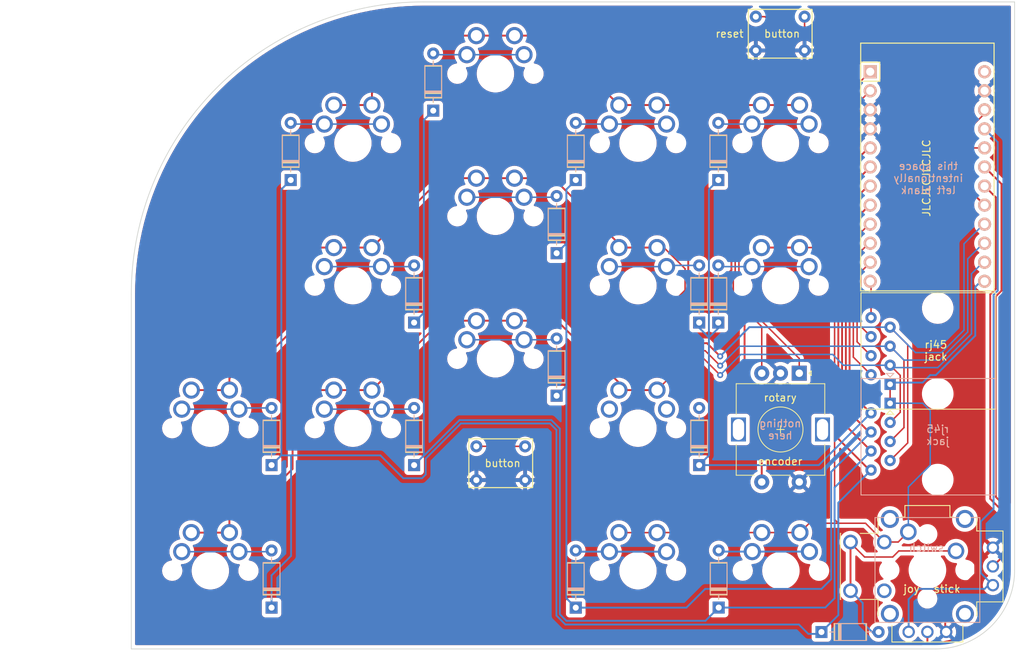
<source format=kicad_pcb>
(kicad_pcb (version 20211014) (generator pcbnew)
  (layers (0 "F.Cu" signal) (31 "B.Cu" signal) (34 "B.Paste" user) (35 "F.Paste" user) (36 "B.SilkS" user "B.Silkscreen") (37 "F.SilkS" user "F.Silkscreen") (38 "B.Mask" user) (39 "F.Mask" user) (44 "Edge.Cuts" user))
  (net 0 "")
  (net 1 "col1")
  (net 2 "col2")
  (net 3 "col3")
  (net 4 "col4")
  (net 5 "row1")
  (net 6 "row2")
  (net 7 "row3")
  (net 8 "row4")
  (net 9 "GND")
  (net 10 "VCC")
  (footprint "MX" (layer "F.Cu") (at 159.04 62.08)
    (fp_text reference "S14" hide)
    (fp_text value "" hide)
  )
  (footprint "MX" (layer "F.Cu") (at 121.04 33.83)
    (fp_text reference "S14" hide)
    (fp_text value "" hide)
  )
  (footprint "MX" (layer "F.Cu") (at 102.04 43.08)
    (fp_text reference "S14" hide)
    (fp_text value "" hide)
  )
  (footprint "ProMicro" (layer "F.Cu") (at 178.62 47.53 -90)
    (fp_text reference "MCU1" hide)
    (fp_text value "" hide)
  )
  (footprint "Diode_THT:D_DO-35_SOD27_P7.62mm_Horizontal" (layer "F.Cu") (at 131.75 105 90)
    (fp_text reference "R" hide)
    (fp_text value "d" hide)
  )
  (footprint "MX" (layer "F.Cu") (at 140.04 43.08)
    (fp_text reference "S14" hide)
    (fp_text value "" hide)
  )
  (footprint "" (layer "F.Cu") (at 125 83.5)
    (fp_text reference "")
    (fp_text value "")
  )
  (footprint "MX" (layer "F.Cu") (at 159.09 100.069717)
    (fp_text reference "S14" hide)
    (fp_text value "" hide)
  )
  (footprint "Diode_THT:D_DO-35_SOD27_P7.62mm_Horizontal" (layer "F.Cu") (at 150.75 48 90)
    (fp_text reference "R" hide)
    (fp_text value "d" hide)
  )
  (footprint "" (layer "F.Cu") (at 162.249999 30.723758)
    (fp_text reference "")
    (fp_text value "")
  )
  (footprint "" (layer "F.Cu") (at 118.5 88)
    (fp_text reference "")
    (fp_text value "")
  )
  (footprint "" (layer "F.Cu") (at 124.999999 87.997945 90)
    (fp_text reference "")
    (fp_text value "")
  )
  (footprint "Diode_THT:D_DO-35_SOD27_P7.62mm_Horizontal" (layer "F.Cu") (at 110.2 67 90)
    (fp_text reference "R" hide)
    (fp_text value "d" hide)
  )
  (footprint "MX" (layer "F.Cu") (at 83.04 81.08)
    (fp_text reference "S14" hide)
    (fp_text value "" hide)
  )
  (footprint "MX" (layer "F.Cu") (at 102.04 62.08)
    (fp_text reference "S14" hide)
    (fp_text value "" hide)
  )
  (footprint "MX" (layer "F.Cu") (at 159.04 43.08)
    (fp_text reference "S14" hide)
    (fp_text value "" hide)
  )
  (footprint "MX" (layer "F.Cu") (at 83.04 100.08)
    (fp_text reference "S14" hide)
    (fp_text value "" hide)
  )
  (footprint "Diode_THT:D_DO-35_SOD27_P7.62mm_Horizontal" (layer "F.Cu") (at 129.2 76.75 90)
    (fp_text reference "R" hide)
    (fp_text value "d" hide)
  )
  (footprint "" (layer "F.Cu") (at 155.75 30.725813)
    (fp_text reference "")
    (fp_text value "")
  )
  (footprint "Diode_THT:D_DO-35_SOD27_P7.62mm_Horizontal" (layer "F.Cu") (at 91.2 86 90)
    (fp_text reference "R" hide)
    (fp_text value "d" hide)
  )
  (footprint "Diode_THT:D_DO-35_SOD27_P7.62mm_Horizontal" (layer "F.Cu") (at 91.2 105 90)
    (fp_text reference "R" hide)
    (fp_text value "d" hide)
  )
  (footprint "Diode_THT:D_DO-35_SOD27_P7.62mm_Horizontal" (layer "F.Cu") (at 112.75 38.75 90)
    (fp_text reference "R" hide)
    (fp_text value "d" hide)
  )
  (footprint "MX" (layer "F.Cu") (at 140.04 62.08)
    (fp_text reference "S14" hide)
    (fp_text value "" hide)
  )
  (footprint "Connector_RJ:RJ45_Amphenol_54602-x08_Horizontal" (layer "F.Cu") (at 173.65 75.23 90)
    (fp_text reference "REF**" hide)
    (fp_text value "RJ45_Amphenol_54602-x08_Horizontal" hide)
  )
  (footprint "Diode_THT:D_DO-35_SOD27_P7.62mm_Horizontal" (layer "F.Cu") (at 110.2 86 90)
    (fp_text reference "R" hide)
    (fp_text value "d" hide)
  )
  (footprint "Diode_THT:D_DO-35_SOD27_P7.62mm_Horizontal" (layer "F.Cu") (at 148.2 86 90)
    (fp_text reference "R" hide)
    (fp_text value "d" hide)
  )
  (footprint "MX" (layer "F.Cu") (at 121.04 71.83)
    (fp_text reference "S14" hide)
    (fp_text value "" hide)
  )
  (footprint "Rotary_Encoder:RotaryEncoder_Alps_EC11E-Switch_Vertical_H20mm" (layer "F.Cu") (at 161.54 73.75 -90)
    (fp_text reference "REF**" hide)
    (fp_text value "RotaryEncoder_Alps_EC11E-Switch_Vertical_H20mm")
  )
  (footprint "MX" (layer "F.Cu") (at 140.04 81.08)
    (fp_text reference "S14" hide)
    (fp_text value "" hide)
  )
  (footprint "" (layer "F.Cu") (at 118.5 83.494874)
    (fp_text reference "")
    (fp_text value "")
  )
  (footprint "Diode_THT:D_DO-35_SOD27_P7.62mm_Horizontal" (layer "F.Cu") (at 150.75 67 90)
    (fp_text reference "R" hide)
    (fp_text value "d" hide)
  )
  (footprint "Diode_THT:D_DO-35_SOD27_P7.62mm_Horizontal" (layer "F.Cu") (at 93.75 48 90)
    (fp_text reference "R" hide)
    (fp_text value "d" hide)
  )
  (footprint "Diode_THT:D_DO-35_SOD27_P7.62mm_Horizontal" (layer "F.Cu") (at 164.5 108.25)
    (fp_text reference "R" hide)
    (fp_text value "d" hide)
  )
  (footprint "Diode_THT:D_DO-35_SOD27_P7.62mm_Horizontal" (layer "F.Cu") (at 150.8 104.989717 90)
    (fp_text reference "R" hide)
    (fp_text value "d" hide)
  )
  (footprint "MX" (layer "F.Cu") (at 102.04 81.08)
    (fp_text reference "S14" hide)
    (fp_text value "" hide)
  )
  (footprint "MX" (layer "F.Cu") (at 121.04 52.83)
    (fp_text reference "S14" hide)
    (fp_text value "" hide)
  )
  (footprint "Diode_THT:D_DO-35_SOD27_P7.62mm_Horizontal" (layer "F.Cu") (at 129.2 57.75 90)
    (fp_text reference "R" hide)
    (fp_text value "d" hide)
  )
  (footprint "" (layer "F.Cu") (at 155.75 26.220687)
    (fp_text reference "")
    (fp_text value "")
  )
  (footprint "RKJXV122400R:SW_RKJXV122400R" (layer "F.Cu") (at 183.70341 100.77 90)
    (fp_text reference "REF**" hide)
    (fp_text value "SW_RKJXV122400R")
  )
  (footprint "MX" (layer "F.Cu") (at 140.04 100.08)
    (fp_text reference "S14" hide)
    (fp_text value "" hide)
  )
  (footprint "Diode_THT:D_DO-35_SOD27_P7.62mm_Horizontal" (layer "F.Cu") (at 131.75 48 90)
    (fp_text reference "R" hide)
    (fp_text value "d" hide)
  )
  (footprint "" (layer "F.Cu") (at 162.25 26.225813)
    (fp_text reference "")
    (fp_text value "")
  )
  (footprint "Diode_THT:D_DO-35_SOD27_P7.62mm_Horizontal" (layer "F.Cu") (at 148.2 67 90)
    (fp_text reference "R" hide)
    (fp_text value "d" hide)
  )
  (footprint "Connector_RJ:RJ45_Amphenol_54602-x08_Horizontal" (layer "B.Cu") (at 173.65 77.77 -90)
    (fp_text reference "REF**" hide)
    (fp_text value "RJ45_Amphenol_54602-x08_Horizontal" hide)
  )
  (footprint "Button_Switch_Keyboard:SW_Cherry_MX_1.00u_PCB" (layer "B.Cu") (at 176.08341 94.9 180)
    (fp_text reference "REF**" hide)
    (fp_text value "SW_Cherry_MX_1.00u_PCB")
  )
  (gr_rect (start 154.75 31.75) (end 163.25 25.25) (layer "F.SilkS") (width 0.15) (fill none))
  (gr_rect (start 125.999999 88.997945) (end 117.499999 82.497945) (layer "F.SilkS") (width 0.15) (fill none))
  (gr_arc (start 190.25 100) (mid 187.174621 107.424621) (end 179.75 110.5) (layer "Edge.Cuts") (width 0.1))
  (gr_line (start 72.5 110.5) (end 179.75 110.5) (layer "Edge.Cuts") (width 0.1))
  (gr_line (start 190.25 24.25) (end 111.5 24.25) (layer "Edge.Cuts") (width 0.1))
  (gr_line (start 72.5 63.25) (end 72.5 110.5) (layer "Edge.Cuts") (width 0.1))
  (gr_line (start 190.25 100) (end 190.25 24.25) (layer "Edge.Cuts") (width 0.1))
  (gr_arc (start 72.5 63.25) (mid 83.922836 35.672836) (end 111.5 24.25) (layer "Edge.Cuts") (width 0.1))
  (gr_text "nothing\nhere" (at 159 81.25) (layer "B.SilkS") (effects (font (size 1 1)) (justify mirror)))
  (gr_text "this space\nintentionally\nleft blank" (at 178.75 47.75) (layer "B.SilkS") (effects (font (size 1 1)) (justify mirror)))
  (gr_text "rj45\njack" (at 180 82) (layer "B.SilkS") (effects (font (size 1 1)) (justify mirror)))
  (gr_text "switch" (at 178.5 97) (layer "B.SilkS") (effects (font (size 1 1)) (justify mirror)))
  (gr_text "button" (at 159.25 28.5) (layer "F.SilkS") (effects (font (size 1 1))))
  (gr_text "joy" (at 176.5 102.5) (layer "F.SilkS") (effects (font (size 1 1))))
  (gr_text "encoder" (at 159 85.5) (layer "F.SilkS") (effects (font (size 1 1))))
  (gr_text "JLCJLCJLCJLC" (at 178.5 47.75 90) (layer "F.SilkS") (effects (font (size 1 1))))
  (gr_text "rotary" (at 159 77) (layer "F.SilkS") (effects (font (size 1 1))))
  (gr_text "button\n" (at 122 85.75) (layer "F.SilkS") (effects (font (size 1 1))))
  (gr_text "stick" (at 181.25 102.5) (layer "F.SilkS") (effects (font (size 1 1))))
  (gr_text "reset" (at 152.25 28.5) (layer "F.SilkS") (effects (font (size 1 1))))
  (gr_text "rj45\njack" (at 179.75 70.75) (layer "F.SilkS") (effects (font (size 1 1))))
  (segment (start 189.5 92) (end 187.75 90.25) (width 0.25) (layer "F.Cu") (net 0))
  (segment (start 142.25 33.25) (end 135 26) (width 0.2) (layer "F.Cu") (net 0))
  (segment (start 169.25 58) (end 170.83 56.42) (width 0.2) (layer "F.Cu") (net 0))
  (segment (start 156.54 67.54) (end 152.25 63.25) (width 0.2) (layer "F.Cu") (net 0))
  (segment (start 153 60.25) (end 153 58.5) (width 0.2) (layer "F.Cu") (net 0))
  (segment (start 156.54 73.75) (end 156.54 67.54) (width 0.2) (layer "F.Cu") (net 0))
  (segment (start 171 59) (end 171 58.96) (width 0.2) (layer "F.Cu") (net 0))
  (segment (start 154.5 57.75) (end 154.5 56.25) (width 0.2) (layer "F.Cu") (net 0))
  (segment (start 165.75 31) (end 163.25 28.5) (width 0.2) (layer "F.Cu") (net 0))
  (segment (start 180.75 39.86) (end 180.75 36.25) (width 0.2) (layer "F.Cu") (net 0))
  (segment (start 184.75 40.64) (end 184.75 42.5) (width 0.2) (layer "F.Cu") (net 0))
  (segment (start 186.24 38.64) (end 186.24 39.15) (width 0.2) (layer "F.Cu") (net 0))
  (segment (start 153.5 58.75) (end 154.5 57.75) (width 0.2) (layer "F.Cu") (net 0))
  (segment (start 156.970687 26.220687) (end 155.75 26.220687) (width 0.2) (layer "F.Cu") (net 0))
  (segment (start 169.25 69.56) (end 169.25 58) (width 0.2) (layer "F.Cu") (net 0))
  (segment (start 163.25 28.5) (end 162.25 27.5) (width 0.2) (layer "F.Cu") (net 0))
  (segment (start 182.43341 97.44) (end 174.81 97.44) (width 0.2) (layer "F.Cu") (net 0))
  (segment (start 166.75 44) (end 166.75 35.25) (width 0.25) (layer "F.Cu") (net 0))
  (segment (start 121.499999 84.997945) (end 122.997944 83.5) (width 0.2) (layer "F.Cu") (net 0))
  (segment (start 178.62341 109.62341) (end 178.75 109.75) (width 0.25) (layer "F.Cu") (net 0))
  (segment (start 161.54 73.75) (end 161.54 71.79) (width 0.2) (layer "F.Cu") (net 0))
  (segment (start 174.81 97.44) (end 174 98.25) (width 0.2) (layer "F.Cu") (net 0))
  (segment (start 154 57.5) (end 154 56) (width 0.2) (layer "F.Cu") (net 0))
  (segment (start 153.5 60.5) (end 153.5 58.75) (width 0.2) (layer "F.Cu") (net 0))
  (segment (start 165 46.5) (end 167.25 44.25) (width 0.2) (layer "F.Cu") (net 0))
  (segment (start 179.75 36.75) (end 179.75 40.5) (width 0.25) (layer "F.Cu") (net 0))
  (segment (start 184.25 43) (end 184.75 42.5) (width 0.2) (layer "F.Cu") (net 0))
  (segment (start 184.25 43) (end 183.89 43) (width 0.2) (layer "F.Cu") (net 0))
  (segment (start 188.5 62.75) (end 188.5 48.52) (width 0.25) (layer "F.Cu") (net 0))
  (segment (start 152.25 63.25) (end 152.25 61) (width 0.2) (layer "F.Cu") (net 0))
  (segment (start 171.11 73.96) (end 168.75 71.6) (width 0.2) (layer "F.Cu") (net 0))
  (segment (start 169.75 67.52) (end 169.75 60.25) (width 0.2) (layer "F.Cu") (net 0))
  (segment (start 119.996928 83.494874) (end 118.5 83.494874) (width 0.2) (layer "F.Cu") (net 0))
  (segment (start 151.75 63.5) (end 151.75 60.75) (width 0.25) (layer "F.Cu") (net 0))
  (segment (start 163.5 46.5) (end 165 46.5) (width 0.2) (layer "F.Cu") (net 0))
  (segment (start 153 58.5) (end 154 57.5) (width 0.2) (layer "F.Cu") (net 0))
  (segment (start 171.11 71.42) (end 169.25 69.56) (width 0.2) (layer "F.Cu") (net 0))
  (segment (start 169.75 60.25) (end 171 59) (width 0.2) (layer "F.Cu") (net 0))
  (segment (start 113 91.5) (end 120.5 91.5) (width 0.2) (layer "F.Cu") (net 0))
  (segment (start 180.25 36.5) (end 175.25 31.5) (width 0.2) (layer "F.Cu") (net 0))
  (segment (start 167.75 44.5) (end 167.75 39.35) (width 0.2) (layer "F.Cu") (net 0))
  (segment (start 170.83 56.42) (end 171 56.42) (width 0.2) (layer "F.Cu") (net 0))
  (segment (start 187.75 90.25) (end 187.75 63.5) (width 0.25) (layer "F.Cu") (net 0))
  (segment (start 178.75 109.75) (end 179 109.75) (width 0.25) (layer "F.Cu") (net 0))
  (segment (start 166.75 35.25) (end 170 32) (width 0.25) (layer "F.Cu") (net 0))
  (segment (start 174 98.25) (end 170.25 98.25) (width 0.2) (layer "F.Cu") (net 0))
  (segment (start 154.25 66) (end 151.75 63.5) (width 0.25) (layer "F.Cu") (net 0))
  (segment (start 168.37341 96.25) (end 168.37341 102.75) (width 0.25) (layer "F.Cu") (net 0))
  (segment (start 180.25 40.25) (end 180.25 36.5) (width 0.2) (layer "F.Cu") (net 0))
  (segment (start 178.62341 108.23) (end 178.62341 109.62341) (width 0.25) (layer "F.Cu") (net 0))
  (segment (start 171.11 61.61) (end 171 61.5) (width 0.2) (layer "F.Cu") (net 0))
  (segment (start 179.75 40.5) (end 184.5 45.25) (width 0.25) (layer "F.Cu") (net 0))
  (segment (start 168.75 71.6) (end 168.75 56) (width 0.2) (layer "F.Cu") (net 0))
  (segment (start 184.5 45.25) (end 184.5 49.6) (width 0.25) (layer "F.Cu") (net 0))
  (segment (start 154.25 74) (end 154.25 66) (width 0.25) (layer "F.Cu") (net 0))
  (segment (start 187.35341 99.5) (end 188.75 98.10341) (width 0.25) (layer "F.Cu") (net 0))
  (segment (start 170 32) (end 175 32) (width 0.25) (layer "F.Cu") (net 0))
  (segment (start 163.25 28.5) (end 159.25 28.5) (width 0.2) (layer "F.Cu") (net 0))
  (segment (start 152.5 58.25) (end 153.5 57.25) (width 0.25) (layer "F.Cu") (net 0))
  (segment (start 186.24 39.15) (end 184.75 40.64) (width 0.2) (layer "F.Cu") (net 0))
  (segment (start 167.25 44.25) (end 167.25 37.31) (width 0.2) (layer "F.Cu") (net 0))
  (segment (start 121.499999 84.997945) (end 119.996928 83.494874) (width 0.2) (layer "F.Cu") (net 0))
  (segment (start 74.5 65) (end 74.5 108.5) (width 0.2) (layer "F.Cu") (net 0))
  (segment (start 135 26) (end 113.5 26) (width 0.2) (layer "F.Cu") (net 0))
  (segment (start 175.5 31) (end 165.75 31) (width 0.2) (layer "F.Cu") (net 0))
  (segment (start 188.75 92.25) (end 187 90.5) (width 0.25) (layer "F.Cu") (net 0))
  (segment (start 156.54 88.25) (end 156.54 76.29) (width 0.25) (layer "F.Cu") (net 0))
  (segment (start 159.25 28.5) (end 156.970687 26.220687) (width 0.2) (layer "F.Cu") (net 0))
  (segment (start 109 108.5) (end 111.25 106.25) (width 0.2) (layer "F.Cu") (net 0))
  (segment (start 187.75 63.5) (end 188.5 62.75) (width 0.25) (layer "F.Cu") (net 0))
  (segment (start 120.5 91.5) (end 121.5 90.5) (width 0.2) (layer "F.Cu") (net 0))
  (segment (start 165 31.5) (end 163.25 33.25) (width 0.2) (layer "F.Cu") (net 0))
  (segment (start 152.5 60) (end 152.5 58.25) (width 0.25) (layer "F.Cu") (net 0))
  (segment (start 163.25 46) (end 164.75 46) (width 0.25) (layer "F.Cu") (net 0))
  (segment (start 152.25 61) (end 153 60.25) (width 0.2) (layer "F.Cu") (net 0))
  (segment (start 165.25 47) (end 167.75 44.5) (width 0.2) (layer "F.Cu") (net 0))
  (segment (start 121.5 90.5) (end 121.499999 84.997945) (width 0.2) (layer "F.Cu") (net 0))
  (segment (start 74.5 108.5) (end 109 108.5) (width 0.2) (layer "F.Cu") (net 0))
  (segment (start 152.75 61.25) (end 153.5 60.5) (width 0.2) (layer "F.Cu") (net 0))
  (segment (start 153.5 57.25) (end 153.5 55.75) (width 0.25) (layer "F.Cu") (net 0))
  (segment (start 168.37341 96.37341) (end 168.37341 96.25) (width 0.2) (layer "F.Cu") (net 0))
  (segment (start 111.25 93.25) (end 113 91.5) (width 0.2) (layer "F.Cu") (net 0))
  (segment (start 188.5 48.52) (end 186.24 46.26) (width 0.25) (layer "F.Cu") (net 0))
  (segment (start 187.75 50.31) (end 186.24 48.8) (width 0.25) (layer "F.Cu") (net 0))
  (segment (start 168.75 56) (end 170.87 53.88) (width 0.2) (layer "F.Cu") (net 0))
  (segment (start 189.5 99.25) (end 189.5 92) (width 0.25) (layer "F.Cu") (net 0))
  (segment (start 175.25 31.5) (end 165 31.5) (width 0.2) (layer "F.Cu") (net 0))
  (segment (start 164.75 46) (end 166.75 44) (width 0.25) (layer "F.Cu") (net 0))
  (segment (start 175 32) (end 179.75 36.75) (width 0.25) (layer "F.Cu") (net 0))
  (segment (start 161.54 71.79) (end 152.75 63) (width 0.2) (layer "F.Cu") (net 0))
  (segment (start 180.75 36.25) (end 175.5 31) (width 0.2) (layer "F.Cu") (net 0))
  (segment (start 152.75 63) (end 152.75 61.25) (width 0.2) (layer "F.Cu") (net 0))
  (segment (start 163.75 47) (end 165.25 47) (width 0.2) (layer "F.Cu") (net 0))
  (segment (start 187.75 62.5) (end 187.75 50.31) (width 0.25) (layer "F.Cu") (net 0))
  (segment (start 156.54 76.29) (end 154.25 74) (width 0.25) (layer "F.Cu") (net 0))
  (segment (start 184.5 49.6) (end 186.24 51.34) (width 0.25) (layer "F.Cu") (net 0))
  (segment (start 167.75 39.35) (end 171 36.1) (width 0.2) (layer "F.Cu") (net 0))
  (segment (start 163.25 33.25) (end 142.25 33.25) (width 0.2) (layer "F.Cu") (net 0))
  (segment (start 122.997944 83.5) (end 125 83.5) (width 0.2) (layer "F.Cu") (net 0))
  (segment (start 170.25 98.25) (end 168.37341 96.37341) (width 0.2) (layer "F.Cu") (net 0))
  (segment (start 187 63.25) (end 187.75 62.5) (width 0.25) (layer "F.Cu") (net 0))
  (segment (start 153.5 55.75) (end 163.25 46) (width 0.25) (layer "F.Cu") (net 0))
  (segment (start 111.25 106.25) (end 111.25 93.25) (width 0.2) (layer "F.Cu") (net 0))
  (segment (start 154.5 56.25) (end 163.75 47) (width 0.2) (layer "F.Cu") (net 0))
  (segment (start 187 90.5) (end 187 63.25) (width 0.25) (layer "F.Cu") (net 0))
  (segment (start 186.24 43.72) (end 183.72 43.72) (width 0.2) (layer "F.Cu") (net 0))
  (segment (start 170.87 53.88) (end 171 53.88) (width 0.2) (layer "F.Cu") (net 0))
  (segment (start 167.25 37.31) (end 171 33.56) (width 0.2) (layer "F.Cu") (net 0))
  (segment (start 151.75 60.75) (end 152.5 60) (width 0.25) (layer "F.Cu") (net 0))
  (segment (start 183.72 43.72) (end 180.25 40.25) (width 0.2) (layer "F.Cu") (net 0))
  (segment (start 188.75 98.10341) (end 188.75 92.25) (width 0.25) (layer "F.Cu") (net 0))
  (segment (start 162.25 27.5) (end 162.25 26.225813) (width 0.2) (layer "F.Cu") (net 0))
  (segment (start 171.11 66.34) (end 171.11 61.61) (width 0.2) (layer "F.Cu") (net 0))
  (segment (start 183.89 43) (end 180.75 39.86) (width 0.2) (layer "F.Cu") (net 0))
  (segment (start 154 56) (end 163.5 46.5) (width 0.2) (layer "F.Cu") (net 0))
  (segment (start 171.11 68.88) (end 169.75 67.52) (width 0.2) (layer "F.Cu") (net 0))
  (arc (start 113.5 26) (mid 85.922836 37.422836) (end 74.5 65) (width 0.2) (layer "F.Cu") (net 0))
  (arc (start 189.5 99.25) (mid 186.424621 106.674621) (end 179 109.75) (width 0.25) (layer "F.Cu") (net 0))
  (segment (start 143.85 40.54) (end 136.23 40.54) (width 0.2) (layer "B.Cu") (net 0))
  (segment (start 131.91 40.54) (end 131.75 40.38) (width 0.2) (layer "B.Cu") (net 0))
  (segment (start 105.85 78.54) (end 110.04 78.54) (width 0.2) (layer "B.Cu") (net 0))
  (segment (start 117.23 69.29) (end 124.85 69.29) (width 0.2) (layer "B.Cu") (net 0))
  (segment (start 143.85 97.54) (end 136.23 97.54) (width 0.25) (layer "B.Cu") (net 0))
  (segment (start 124.85 69.29) (end 129.04 69.29) (width 0.2) (layer "B.Cu") (net 0))
  (segment (start 170 104.37659) (end 170 107) (width 0.25) (layer "B.Cu") (net 0))
  (segment (start 124.85 50.29) (end 117.23 50.29) (width 0.2) (layer "B.Cu") (net 0))
  (segment (start 162.85 40.54) (end 155.23 40.54) (width 0.2) (layer "B.Cu") (net 0))
  (segment (start 168.37341 102.75) (end 170 104.37659) (width 0.25) (layer "B.Cu") (net 0))
  (segment (start 162.85 59.54) (end 155.23 59.54) (width 0.2) (layer "B.Cu") (net 0))
  (segment (start 105.85 40.54) (end 98.23 40.54) (width 0.2) (layer "B.Cu") (net 0))
  (segment (start 110.04 59.54) (end 110.2 59.38) (width 0.2) (layer "B.Cu") (net 0))
  (segment (start 129.04 69.29) (end 129.2 69.13) (width 0.2) (layer "B.Cu") (net 0))
  (segment (start 87.01 78.38) (end 86.85 78.54) (width 0.2) (layer "B.Cu") (net 0))
  (segment (start 86.85 78.54) (end 79.23 78.54) (width 0.2) (layer "B.Cu") (net 0))
  (segment (start 155.28 97.529717) (end 150.96 97.529717) (width 0.25) (layer "B.Cu") (net 0))
  (segment (start 112.91 31.29) (end 112.75 31.13) (width 0.2) (layer "B.Cu") (net 0))
  (segment (start 150.96 97.529717) (end 150.8 97.369717) (width 0.25) (layer "B.Cu") (net 0))
  (segment (start 136.23 97.54) (end 131.91 97.54) (width 0.25) (layer "B.Cu") (net 0))
  (segment (start 171.87 108.5) (end 172.12 108.25) (width 0.25) (layer "B.Cu") (net 0))
  (segment (start 150.91 59.54) (end 150.75 59.38) (width 0.2) (layer "B.Cu") (net 0))
  (segment (start 98.23 40.54) (end 93.91 40.54) (width 0.2) (layer "B.Cu") (net 0))
  (segment (start 129.04 50.29) (end 129.2 50.13) (width 0.2) (layer "B.Cu") (net 0))
  (segment (start 93.91 40.54) (end 93.75 40.38) (width 0.2) (layer "B.Cu") (net 0))
  (segment (start 131.91 97.54) (end 131.75 97.38) (width 0.25) (layer "B.Cu") (net 0))
  (segment (start 162.9 97.529717) (end 155.28 97.529717) (width 0.25) (layer "B.Cu") (net 0))
  (segment (start 155.23 59.54) (end 150.91 59.54) (width 0.2) (layer "B.Cu") (net 0))
  (segment (start 155.23 40.54) (end 150.91 40.54) (width 0.2) (layer "B.Cu") (net 0))
  (segment (start 170 107) (end 171.5 108.5) (width 0.25) (layer "B.Cu") (net 0))
  (segment (start 124.85 50.29) (end 129.04 50.29) (width 0.2) (layer "B.Cu") (net 0))
  (segment (start 117.23 31.29) (end 112.91 31.29) (width 0.2) (layer "B.Cu") (net 0))
  (segment (start 148.2 59.38) (end 144.01 59.38) (width 0.2) (layer "B.Cu") (net 0))
  (segment (start 144.01 59.38) (end 143.85 59.54) (width 0.2) (layer "B.Cu") (net 0))
  (segment (start 110.04 78.54) (end 110.2 78.38) (width 0.2) (layer "B.Cu") (net 0))
  (segment (start 171.5 108.5) (end 171.87 108.5) (width 0.25) (layer "B.Cu") (net 0))
  (segment (start 124.85 31.29) (end 117.23 31.29) (width 0.2) (layer "B.Cu") (net 0))
  (segment (start 143.85 59.54) (end 136.23 59.54) (width 0.2) (layer "B.Cu") (net 0))
  (segment (start 105.85 59.54) (end 110.04 59.54) (width 0.2) (layer "B.Cu") (net 0))
  (segment (start 79.23 97.54) (end 86.85 97.54) (width 0.2) (layer "B.Cu") (net 0))
  (segment (start 91.2 78.38) (end 87.01 78.38) (width 0.2) (layer "B.Cu") (net 0))
  (segment (start 136.23 40.54) (end 131.91 40.54) (width 0.2) (layer "B.Cu") (net 0))
  (segment (start 98.23 78.54) (end 105.85 78.54) (width 0.2) (layer "B.Cu") (net 0))
  (segment (start 98.23 59.54) (end 105.85 59.54) (width 0.2) (layer "B.Cu") (net 0))
  (segment (start 86.85 97.54) (end 91.04 97.54) (width 0.2) (layer "B.Cu") (net 0))
  (segment (start 150.91 40.54) (end 150.75 40.38) (width 0.2) (layer "B.Cu") (net 0))
  (segment (start 170.91 86.66) (end 166.75 82.5) (width 0.25) (layer "F.Cu") (net 1))
  (segment (start 171.11 86.66) (end 170.91 86.66) (width 0.25) (layer "F.Cu") (net 1))
  (segment (start 170.78 43.72) (end 171 43.72) (width 0.25) (layer "F.Cu") (net 1))
  (segment (start 166.75 47.75) (end 170.78 43.72) (width 0.25) (layer "F.Cu") (net 1))
  (segment (start 166.75 82.5) (end 166.75 47.75) (width 0.25) (layer "F.Cu") (net 1))
  (segment (start 128.313604 80.45) (end 129.175 81.311396) (width 0.25) (layer "B.Cu") (net 1))
  (segment (start 166.75 106) (end 166.75 91.02) (width 0.25) (layer "B.Cu") (net 1))
  (segment (start 162.75 108.5) (end 164.5 108.5) (width 0.25) (layer "B.Cu") (net 1))
  (segment (start 166.75 91.02) (end 171.11 86.66) (width 0.25) (layer "B.Cu") (net 1))
  (segment (start 92.5 70) (end 92.5 84.7) (width 0.25) (layer "B.Cu") (net 1))
  (segment (start 164.5 108.25) (end 166.75 106) (width 0.25) (layer "B.Cu") (net 1))
  (segment (start 111.75 87.25) (end 111.75 85.136396) (width 0.25) (layer "B.Cu") (net 1))
  (segment (start 93.75 48) (end 92.5 49.25) (width 0.25) (layer "B.Cu") (net 1))
  (segment (start 93.8 84.7) (end 105.7 84.7) (width 0.25) (layer "B.Cu") (net 1))
  (segment (start 161.5 107.25) (end 162.75 108.5) (width 0.25) (layer "B.Cu") (net 1))
  (segment (start 116.436396 80.45) (end 128.313604 80.45) (width 0.25) (layer "B.Cu") (net 1))
  (segment (start 105.7 84.7) (end 108.75 87.75) (width 0.25) (layer "B.Cu") (net 1))
  (segment (start 92.5 49.25) (end 92.5 65.7) (width 0.25) (layer "B.Cu") (net 1))
  (segment (start 92.5 65.7) (end 92.5 70) (width 0.25) (layer "B.Cu") (net 1))
  (segment (start 91.2 100.7) (end 91.2 105) (width 0.25) (layer "B.Cu") (net 1))
  (segment (start 93.8 98.1) (end 91.2 100.7) (width 0.25) (layer "B.Cu") (net 1))
  (segment (start 129.175 81.311396) (end 129.175 106.061396) (width 0.25) (layer "B.Cu") (net 1))
  (segment (start 111.75 85.136396) (end 116.436396 80.45) (width 0.25) (layer "B.Cu") (net 1))
  (segment (start 129.175 106.061396) (end 130.363604 107.25) (width 0.25) (layer "B.Cu") (net 1))
  (segment (start 93.8 84.7) (end 93.8 98.1) (width 0.25) (layer "B.Cu") (net 1))
  (segment (start 164.5 108.5) (end 164.5 108.25) (width 0.25) (layer "B.Cu") (net 1))
  (segment (start 92.5 84.7) (end 91.2 86) (width 0.25) (layer "B.Cu") (net 1))
  (segment (start 108.75 87.75) (end 111.25 87.75) (width 0.25) (layer "B.Cu") (net 1))
  (segment (start 130.363604 107.25) (end 161.5 107.25) (width 0.25) (layer "B.Cu") (net 1))
  (segment (start 92.5 84.7) (end 93.8 84.7) (width 0.25) (layer "B.Cu") (net 1))
  (segment (start 111.25 87.75) (end 111.75 87.25) (width 0.25) (layer "B.Cu") (net 1))
  (segment (start 171.11 84.12) (end 171.11 84.11) (width 0.25) (layer "F.Cu") (net 2))
  (segment (start 167.25 80.25) (end 167.25 50) (width 0.25) (layer "F.Cu") (net 2))
  (segment (start 170.01 47.25) (end 171 46.26) (width 0.25) (layer "F.Cu") (net 2))
  (segment (start 167.25 50) (end 170 47.25) (width 0.25) (layer "F.Cu") (net 2))
  (segment (start 171.11 84.11) (end 167.25 80.25) (width 0.25) (layer "F.Cu") (net 2))
  (segment (start 170 47.25) (end 170.01 47.25) (width 0.25) (layer "F.Cu") (net 2))
  (segment (start 166.25 88.98) (end 171.11 84.12) (width 0.25) (layer "B.Cu") (net 2))
  (segment (start 116.25 80) (end 111.5 84.75) (width 0.25) (layer "B.Cu") (net 2))
  (segment (start 111.5 40) (end 111.5 65.7) (width 0.25) (layer "B.Cu") (net 2))
  (segment (start 111.5 65.7) (end 110.2 67) (width 0.25) (layer "B.Cu") (net 2))
  (segment (start 166.25 103.75) (end 166.25 88.98) (width 0.25) (layer "B.Cu") (net 2))
  (segment (start 165.010283 104.989717) (end 166.25 103.75) (width 0.25) (layer "B.Cu") (net 2))
  (segment (start 128.5 80) (end 116.25 80) (width 0.25) (layer "B.Cu") (net 2))
  (segment (start 111.5 65.7) (end 111.5 84.7) (width 0.25) (layer "B.Cu") (net 2))
  (segment (start 111.5 84.7) (end 111.5 84.75) (width 0.25) (layer "B.Cu") (net 2))
  (segment (start 112.75 38.75) (end 111.5 40) (width 0.25) (layer "B.Cu") (net 2))
  (segment (start 129.625 105.875) (end 129.625 81.125) (width 0.25) (layer "B.Cu") (net 2))
  (segment (start 130.5 106.75) (end 149.039717 106.75) (width 0.25) (layer "B.Cu") (net 2))
  (segment (start 129.625 81.125) (end 128.5 80) (width 0.25) (layer "B.Cu") (net 2))
  (segment (start 111.5 84.7) (end 110.2 86) (width 0.25) (layer "B.Cu") (net 2))
  (segment (start 129.625 105.875) (end 130.5 106.75) (width 0.25) (layer "B.Cu") (net 2))
  (segment (start 149.039717 106.75) (end 150.8 104.989717) (width 0.25) (layer "B.Cu") (net 2))
  (segment (start 150.8 104.989717) (end 165.010283 104.989717) (width 0.25) (layer "B.Cu") (net 2))
  (segment (start 170.83 81.58) (end 167.75 78.5) (width 0.25) (layer "F.Cu") (net 3))
  (segment (start 167.75 51.75) (end 170.7 48.8) (width 0.25) (layer "F.Cu") (net 3))
  (segment (start 171.11 81.58) (end 170.83 81.58) (width 0.25) (layer "F.Cu") (net 3))
  (segment (start 167.75 78.5) (end 167.75 51.75) (width 0.25) (layer "F.Cu") (net 3))
  (segment (start 164.5 102.5) (end 165.8 101.2) (width 0.25) (layer "B.Cu") (net 3))
  (segment (start 165.8 101.2) (end 165.8 86.89) (width 0.25) (layer "B.Cu") (net 3))
  (segment (start 130.5 56.45) (end 130.5 75.45) (width 0.25) (layer "B.Cu") (net 3))
  (segment (start 131.75 105) (end 146.5 105) (width 0.25) (layer "B.Cu") (net 3))
  (segment (start 130.5 75.45) (end 129.2 76.75) (width 0.25) (layer "B.Cu") (net 3))
  (segment (start 130.5 56.45) (end 129.2 57.75) (width 0.25) (layer "B.Cu") (net 3))
  (segment (start 149 102.5) (end 164.5 102.5) (width 0.25) (layer "B.Cu") (net 3))
  (segment (start 165.8 86.89) (end 171.11 81.58) (width 0.25) (layer "B.Cu") (net 3))
  (segment (start 146.5 105) (end 149 102.5) (width 0.25) (layer "B.Cu") (net 3))
  (segment (start 130.5 49.25) (end 130.5 56.45) (width 0.25) (layer "B.Cu") (net 3))
  (segment (start 130.5 103.75) (end 131.75 105) (width 0.25) (layer "B.Cu") (net 3))
  (segment (start 131.75 48) (end 130.5 49.25) (width 0.25) (layer "B.Cu") (net 3))
  (segment (start 130.5 75.45) (end 130.5 103.75) (width 0.25) (layer "B.Cu") (net 3))
  (segment (start 168.25 76.25) (end 168.25 54) (width 0.25) (layer "F.Cu") (net 4))
  (segment (start 171.11 79.04) (end 171.04 79.04) (width 0.25) (layer "F.Cu") (net 4))
  (segment (start 171.04 79.04) (end 168.25 76.25) (width 0.25) (layer "F.Cu") (net 4))
  (segment (start 168.25 54) (end 170.91 51.34) (width 0.25) (layer "F.Cu") (net 4))
  (segment (start 149.5 69) (end 148.2 67.7) (width 0.25) (layer "B.Cu") (net 4))
  (segment (start 150.75 67.75) (end 150.75 67) (width 0.25) (layer "B.Cu") (net 4))
  (segment (start 164.15 86) (end 171.11 79.04) (width 0.25) (layer "B.Cu") (net 4))
  (segment (start 149.5 69) (end 149.5 84.7) (width 0.25) (layer "B.Cu") (net 4))
  (segment (start 149.5 84.7) (end 148.2 86) (width 0.25) (layer "B.Cu") (net 4))
  (segment (start 150.75 48) (end 149.5 49.25) (width 0.25) (layer "B.Cu") (net 4))
  (segment (start 148.2 67.7) (end 148.2 67) (width 0.25) (layer "B.Cu") (net 4))
  (segment (start 149.5 69) (end 150.75 67.75) (width 0.25) (layer "B.Cu") (net 4))
  (segment (start 149.5 49.25) (end 149.5 69) (width 0.25) (layer "B.Cu") (net 4))
  (segment (start 148.2 86) (end 164.15 86) (width 0.25) (layer "B.Cu") (net 4))
  (segment (start 176 83.04) (end 176 69.96) (width 0.2) (layer "F.Cu") (net 5))
  (segment (start 128.25 28.75) (end 137.5 38) (width 0.25) (layer "F.Cu") (net 5))
  (segment (start 151 71.5) (end 149.25 69.75) (width 0.25) (layer "F.Cu") (net 5))
  (segment (start 137.5 38) (end 142.58 38) (width 0.25) (layer "F.Cu") (net 5))
  (segment (start 104.58 38) (end 104.58 36.383554) (width 0.25) (layer "F.Cu") (net 5))
  (segment (start 99.5 38) (end 104.58 38) (width 0.25) (layer "F.Cu") (net 5))
  (segment (start 142.58 38) (end 145.75 38) (width 0.25) (layer "F.Cu") (net 5))
  (segment (start 112.213554 28.75) (end 118.5 28.75) (width 0.25) (layer "F.Cu") (net 5))
  (segment (start 173.65 85.39) (end 176 83.04) (width 0.2) (layer "F.Cu") (net 5))
  (segment (start 147.5 69.75) (end 146.745901 68.995901) (width 0.25) (layer "F.Cu") (net 5))
  (segment (start 176 69.96) (end 173.65 67.61) (width 0.2) (layer "F.Cu") (net 5))
  (segment (start 149.25 69.75) (end 147.5 69.75) (width 0.25) (layer "F.Cu") (net 5))
  (segment (start 104.58 36.383554) (end 112.213554 28.75) (width 0.25) (layer "F.Cu") (net 5))
  (segment (start 145.75 38) (end 156.5 38) (width 0.25) (layer "F.Cu") (net 5))
  (segment (start 146.745901 68.995901) (end 146.745901 38.995901) (width 0.25) (layer "F.Cu") (net 5))
  (segment (start 123.58 28.75) (end 128.25 28.75) (width 0.25) (layer "F.Cu") (net 5))
  (segment (start 146.745901 38.995901) (end 145.75 38) (width 0.25) (layer "F.Cu") (net 5))
  (segment (start 118.5 28.75) (end 123.58 28.75) (width 0.25) (layer "F.Cu") (net 5))
  (segment (start 156.5 38) (end 161.58 38) (width 0.25) (layer "F.Cu") (net 5))
  (via (at 151 71.5) (size 0.8) (drill 0.4) (layers "F.Cu" "B.Cu") (net 5))
  (segment (start 186.12 53.88) (end 186.24 53.88) (width 0.2) (layer "B.Cu") (net 5))
  (segment (start 154.89 67.61) (end 169.89 67.61) (width 0.25) (layer "B.Cu") (net 5))
  (segment (start 173.65 67.61) (end 177.04 71) (width 0.2) (layer "B.Cu") (net 5))
  (segment (start 183.5 68) (end 183.5 56.5) (width 0.2) (layer "B.Cu") (net 5))
  (segment (start 173.65 67.61) (end 169.89 67.61) (width 0.2) (layer "B.Cu") (net 5))
  (segment (start 177.04 71) (end 180.5 71) (width 0.2) (layer "B.Cu") (net 5))
  (segment (start 180.5 71) (end 183.5 68) (width 0.2) (layer "B.Cu") (net 5))
  (segment (start 151 71.5) (end 154.89 67.61) (width 0.25) (layer "B.Cu") (net 5))
  (segment (start 183.5 56.5) (end 186.12 53.88) (width 0.2) (layer "B.Cu") (net 5))
  (segment (start 104.58 57) (end 113.83 47.75) (width 0.25) (layer "F.Cu") (net 6))
  (segment (start 137.5 57) (end 142.58 57) (width 0.25) (layer "F.Cu") (net 6))
  (segment (start 99.5 57) (end 95 57) (width 0.25) (layer "F.Cu") (net 6))
  (segment (start 146.320901 62.679099) (end 146.320901 59.820901) (width 0.2) (layer "F.Cu") (net 6))
  (segment (start 113.83 47.75) (end 118.5 47.75) (width 0.25) (layer "F.Cu") (net 6))
  (segment (start 175.5 72) (end 173.65 70.15) (width 0.2) (layer "F.Cu") (net 6))
  (segment (start 173.65 82.85) (end 175.5 81) (width 0.2) (layer "F.Cu") (net 6))
  (segment (start 146 70.75) (end 145 69.75) (width 0.2) (layer "F.Cu") (net 6))
  (segment (start 95 67) (end 88.5 73.5) (width 0.25) (layer "F.Cu") (net 6))
  (segment (start 149 70.75) (end 146 70.75) (width 0.2) (layer "F.Cu") (net 6))
  (segment (start 85.58 74.42) (end 85.58 76) (width 0.25) (layer "F.Cu") (net 6))
  (segment (start 123.58 47.75) (end 128.75 47.75) (width 0.25) (layer "F.Cu") (net 6))
  (segment (start 143.5 57) (end 142.58 57) (width 0.2) (layer "F.Cu") (net 6))
  (segment (start 95 57) (end 95 67) (width 0.25) (layer "F.Cu") (net 6))
  (segment (start 151 72.75) (end 149 70.75) (width 0.2) (layer "F.Cu") (net 6))
  (segment (start 145 69.75) (end 145 64) (width 0.2) (layer "F.Cu") (net 6))
  (segment (start 86.5 73.5) (end 85.58 74.42) (width 0.25) (layer "F.Cu") (net 6))
  (segment (start 145 64) (end 146.320901 62.679099) (width 0.2) (layer "F.Cu") (net 6))
  (segment (start 99.5 57) (end 104.58 57) (width 0.25) (layer "F.Cu") (net 6))
  (segment (start 175.5 81) (end 175.5 72) (width 0.2) (layer "F.Cu") (net 6))
  (segment (start 137.5 56.5) (end 137.5 57) (width 0.25) (layer "F.Cu") (net 6))
  (segment (start 128.75 47.75) (end 137.5 56.5) (width 0.25) (layer "F.Cu") (net 6))
  (segment (start 88.5 73.5) (end 86.5 73.5) (width 0.25) (layer "F.Cu") (net 6))
  (segment (start 80.5 76) (end 85.58 76) (width 0.25) (layer "F.Cu") (net 6))
  (segment (start 146.320901 59.820901) (end 143.5 57) (width 0.2) (layer "F.Cu") (net 6))
  (segment (start 118.5 47.75) (end 123.58 47.75) (width 0.25) (layer "F.Cu") (net 6))
  (via (at 151 72.75) (size 0.8) (drill 0.4) (layers "F.Cu" "B.Cu") (net 6))
  (segment (start 184 58.5) (end 186.08 56.42) (width 0.2) (layer "B.Cu") (net 6))
  (segment (start 173.65 70.15) (end 175.5 72) (width 0.2) (layer "B.Cu") (net 6))
  (segment (start 180.25 72) (end 184 68.25) (width 0.2) (layer "B.Cu") (net 6))
  (segment (start 153.6 70.15) (end 173.65 70.15) (width 0.2) (layer "B.Cu") (net 6))
  (segment (start 175.5 72) (end 180.25 72) (width 0.2) (layer "B.Cu") (net 6))
  (segment (start 186.08 56.42) (end 186.24 56.42) (width 0.2) (layer "B.Cu") (net 6))
  (segment (start 151 72.75) (end 153.6 70.15) (width 0.2) (layer "B.Cu") (net 6))
  (segment (start 184 68.25) (end 184 58.5) (width 0.2) (layer "B.Cu") (net 6))
  (segment (start 175 78.96) (end 175 74.04) (width 0.2) (layer "F.Cu") (net 7))
  (segment (start 99.5 76) (end 104.58 76) (width 0.25) (layer "F.Cu") (net 7))
  (segment (start 86.5 90.5) (end 90 90.5) (width 0.25) (layer "F.Cu") (net 7))
  (segment (start 137.5 75) (end 137.5 76) (width 0.25) (layer "F.Cu") (net 7))
  (segment (start 96 76) (end 99.5 76) (width 0.25) (layer "F.Cu") (net 7))
  (segment (start 94 78) (end 96 76) (width 0.25) (layer "F.Cu") (net 7))
  (segment (start 137.5 76) (end 142.58 76) (width 0.25) (layer "F.Cu") (net 7))
  (segment (start 94 86.5) (end 94 78) (width 0.25) (layer "F.Cu") (net 7))
  (segment (start 104.58 76) (end 113.83 66.75) (width 0.25) (layer "F.Cu") (net 7))
  (segment (start 147.33 71.25) (end 142.58 76) (width 0.2) (layer "F.Cu") (net 7))
  (segment (start 90 90.5) (end 94 86.5) (width 0.25) (layer "F.Cu") (net 7))
  (segment (start 173.65 80.31) (end 175 78.96) (width 0.2) (layer "F.Cu") (net 7))
  (segment (start 123.58 66.75) (end 129.25 66.75) (width 0.25) (layer "F.Cu") (net 7))
  (segment (start 80.5 95) (end 85.58 95) (width 0.25) (layer "F.Cu") (net 7))
  (segment (start 129.25 66.75) (end 137.5 75) (width 0.25) (layer "F.Cu") (net 7))
  (segment (start 151 74) (end 148.25 71.25) (width 0.2) (layer "F.Cu") (net 7))
  (segment (start 175 74.04) (end 173.65 72.69) (width 0.2) (layer "F.Cu") (net 7))
  (segment (start 118.5 66.75) (end 123.58 66.75) (width 0.25) (layer "F.Cu") (net 7))
  (segment (start 113.83 66.75) (end 118.5 66.75) (width 0.25) (layer "F.Cu") (net 7))
  (segment (start 85.58 95) (end 85.58 91.42) (width 0.25) (layer "F.Cu") (net 7))
  (segment (start 85.58 91.42) (end 86.5 90.5) (width 0.25) (layer "F.Cu") (net 7))
  (segment (start 148.25 71.25) (end 147.33 71.25) (width 0.2) (layer "F.Cu") (net 7))
  (via (at 151 74) (size 0.8) (drill 0.4) (layers "F.Cu" "B.Cu") (net 7))
  (segment (start 166 71.25) (end 167.44 72.69) (width 0.2) (layer "B.Cu") (net 7))
  (segment (start 151 74) (end 153.75 71.25) (width 0.2) (layer "B.Cu") (net 7))
  (segment (start 184.5 60.5) (end 186.04 58.96) (width 0.2) (layer "B.Cu") (net 7))
  (segment (start 173.65 72.69) (end 173.96 73) (width 0.2) (layer "B.Cu") (net 7))
  (segment (start 186.04 58.96) (end 186.24 58.96) (width 0.2) (layer "B.Cu") (net 7))
  (segment (start 167.44 72.69) (end 173.65 72.69) (width 0.2) (layer "B.Cu") (net 7))
  (segment (start 180 73) (end 184.5 68.5) (width 0.2) (layer "B.Cu") (net 7))
  (segment (start 173.96 73) (end 180 73) (width 0.2) (layer "B.Cu") (net 7))
  (segment (start 184.5 68.5) (end 184.5 60.5) (width 0.2) (layer "B.Cu") (net 7))
  (segment (start 153.75 71.25) (end 166 71.25) (width 0.2) (layer "B.Cu") (net 7))
  (segment (start 170.37341 93.75) (end 166.75 93.75) (width 0.2) (layer "F.Cu") (net 8))
  (segment (start 162.869717 93.75) (end 161.63 94.989717) (width 0.2) (layer "F.Cu") (net 8))
  (segment (start 166.75 93.75) (end 162.869717 93.75) (width 0.2) (layer "F.Cu") (net 8))
  (segment (start 142.58 95) (end 137.5 95) (width 0.2) (layer "F.Cu") (net 8))
  (segment (start 166.25 93.25) (end 166.25 58.75) (width 0.2) (layer "F.Cu") (net 8))
  (segment (start 156.55 94.989717) (end 142.590283 94.989717) (width 0.2) (layer "F.Cu") (net 8))
  (segment (start 173.65 77.77) (end 173.65 75.23) (width 0.2) (layer "F.Cu") (net 8))
  (segment (start 161.63 94.989717) (end 156.55 94.989717) (width 0.2) (layer "F.Cu") (net 8))
  (segment (start 142.590283 94.989717) (end 142.58 95) (width 0.2) (layer "F.Cu") (net 8))
  (segment (start 174.73341 96.25) (end 172.87341 96.25) (width 0.2) (layer "F.Cu") (net 8))
  (segment (start 164.5 57) (end 161.58 57) (width 0.2) (layer "F.Cu") (net 8))
  (segment (start 176.08341 94.9) (end 174.73341 96.25) (width 0.2) (layer "F.Cu") (net 8))
  (segment (start 166.25 58.75) (end 164.5 57) (width 0.2) (layer "F.Cu") (net 8))
  (segment (start 172.87341 96.25) (end 170.37341 93.75) (width 0.2) (layer "F.Cu") (net 8))
  (segment (start 156.5 57) (end 161.58 57) (width 0.25) (layer "F.Cu") (net 8))
  (segment (start 166.75 93.75) (end 166.25 93.25) (width 0.2) (layer "F.Cu") (net 8))
  (segment (start 179 86) (end 179 78.75) (width 0.2) (layer "B.Cu") (net 8))
  (segment (start 173.88 75) (end 173.65 75.23) (width 0.25) (layer "B.Cu") (net 8))
  (segment (start 176.08341 94.9) (end 176.08341 88.91659) (width 0.2) (layer "B.Cu") (net 8))
  (segment (start 176.08341 88.91659) (end 179 86) (width 0.2) (layer "B.Cu") (net 8))
  (segment (start 179 78.75) (end 178 77.75) (width 0.2) (layer "B.Cu") (net 8))
  (segment (start 178 75) (end 173.88 75) (width 0.25) (layer "B.Cu") (net 8))
  (segment (start 185.75 61.5) (end 185 62.25) (width 0.25) (layer "B.Cu") (net 8))
  (segment (start 185 68.75) (end 179.75 74) (width 0.25) (layer "B.Cu") (net 8))
  (segment (start 179.75 74) (end 179 74) (width 0.25) (layer "B.Cu") (net 8))
  (segment (start 185 62.25) (end 185 68.75) (width 0.25) (layer "B.Cu") (net 8))
  (segment (start 178 77.75) (end 173.67 77.75) (width 0.2) (layer "B.Cu") (net 8))
  (segment (start 179 74) (end 178 75) (width 0.25) (layer "B.Cu") (net 8))
  (segment (start 186.24 61.5) (end 185.75 61.5) (width 0.25) (layer "B.Cu") (net 8))
  (segment (start 185 100.5) (end 181 104.5) (width 0.25) (layer "F.Cu") (net 9))
  (segment (start 185 99.35341) (end 185 100.5) (width 0.25) (layer "F.Cu") (net 9))
  (segment (start 181 108.10659) (end 181.12341 108.23) (width 0.25) (layer "F.Cu") (net 9))
  (segment (start 181 104.5) (end 181 108.10659) (width 0.25) (layer "F.Cu") (net 9))
  (segment (start 187.35341 97) (end 185 99.35341) (width 0.25) (layer "F.Cu") (net 9))
  (segment (start 176.12341 103.87659) (end 176.12341 108.23) (width 0.25) (layer "B.Cu") (net 10))
  (segment (start 187.4413 63.3087) (end 188 62.75) (width 0.25) (layer "B.Cu") (net 10))
  (segment (start 177.5 102.5) (end 176.12341 103.87659) (width 0.25) (layer "B.Cu") (net 10))
  (segment (start 185.75 100.39659) (end 185.75 93.5) (width 0.25) (layer "B.Cu") (net 10))
  (segment (start 186.25 102.5) (end 177.5 102.5) (width 0.25) (layer "B.Cu") (net 10))
  (segment (start 187.35341 102) (end 186.75 102) (width 0.25) (layer "B.Cu") (net 10))
  (segment (start 187.4413 91.8087) (end 187.4413 63.3087) (width 0.25) (layer "B.Cu") (net 10))
  (segment (start 186.75 102) (end 186.25 102.5) (width 0.25) (layer "B.Cu") (net 10))
  (segment (start 188 62.75) (end 188 42.94) (width 0.25) (layer "B.Cu") (net 10))
  (segment (start 188 42.94) (end 186.24 41.18) (width 0.25) (layer "B.Cu") (net 10))
  (segment (start 187.35341 102) (end 185.75 100.39659) (width 0.25) (layer "B.Cu") (net 10))
  (segment (start 185.75 93.5) (end 187.4413 91.8087) (width 0.25) (layer "B.Cu") (net 10))
  (zone (net 9) (net_name "GND") (layers F&B.Cu) (connect_pads (clearance 0.508)) (min_thickness 0.254) (fill yes (thermal_gap 0.508) (thermal_bridge_width 0.508))
    (polygon (pts (xy 191.5 111.5) (xy 55 111.5) (xy 55 24) (xy 191.5 24)))
  )
)
</source>
